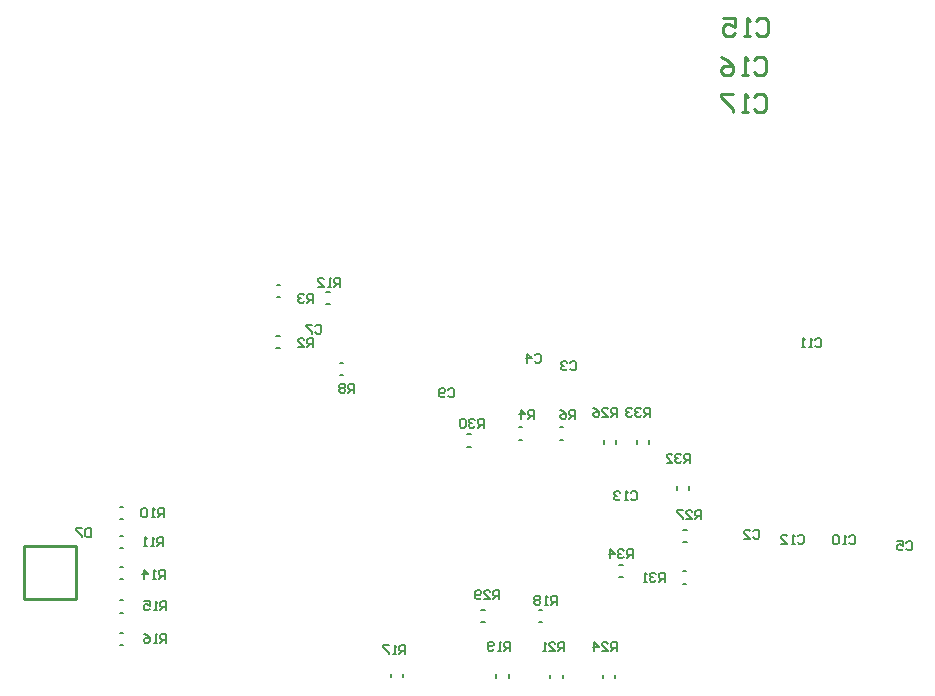
<source format=gbo>
%FSLAX24Y24*%
%MOIN*%
G70*
G01*
G75*
G04 Layer_Color=32896*
%ADD10R,0.0551X0.1673*%
%ADD11O,0.0551X0.0098*%
%ADD12R,0.0551X0.0098*%
G04:AMPARAMS|DCode=13|XSize=66.9mil|YSize=51.2mil|CornerRadius=12.8mil|HoleSize=0mil|Usage=FLASHONLY|Rotation=90.000|XOffset=0mil|YOffset=0mil|HoleType=Round|Shape=RoundedRectangle|*
%AMROUNDEDRECTD13*
21,1,0.0669,0.0256,0,0,90.0*
21,1,0.0413,0.0512,0,0,90.0*
1,1,0.0256,0.0128,0.0207*
1,1,0.0256,0.0128,-0.0207*
1,1,0.0256,-0.0128,-0.0207*
1,1,0.0256,-0.0128,0.0207*
%
%ADD13ROUNDEDRECTD13*%
%ADD14R,0.0394X0.0492*%
%ADD15R,0.0394X0.0591*%
%ADD16R,0.0276X0.0591*%
%ADD17R,0.0492X0.0394*%
%ADD18R,0.1181X0.3937*%
%ADD19R,0.0335X0.0315*%
%ADD20R,0.0374X0.0236*%
G04:AMPARAMS|DCode=21|XSize=90.6mil|YSize=43.3mil|CornerRadius=10.8mil|HoleSize=0mil|Usage=FLASHONLY|Rotation=270.000|XOffset=0mil|YOffset=0mil|HoleType=Round|Shape=RoundedRectangle|*
%AMROUNDEDRECTD21*
21,1,0.0906,0.0217,0,0,270.0*
21,1,0.0689,0.0433,0,0,270.0*
1,1,0.0217,-0.0108,-0.0344*
1,1,0.0217,-0.0108,0.0344*
1,1,0.0217,0.0108,0.0344*
1,1,0.0217,0.0108,-0.0344*
%
%ADD21ROUNDEDRECTD21*%
%ADD22R,0.0413X0.0551*%
%ADD23R,0.0276X0.0197*%
%ADD24O,0.0512X0.0217*%
%ADD25O,0.0217X0.0512*%
%ADD26R,0.0433X0.0866*%
%ADD27R,0.0315X0.0335*%
%ADD28R,0.0787X0.0354*%
%ADD29R,0.0787X0.1299*%
%ADD30O,0.0177X0.0709*%
%ADD31R,0.0551X0.0413*%
G04:AMPARAMS|DCode=32|XSize=60mil|YSize=20mil|CornerRadius=5mil|HoleSize=0mil|Usage=FLASHONLY|Rotation=270.000|XOffset=0mil|YOffset=0mil|HoleType=Round|Shape=RoundedRectangle|*
%AMROUNDEDRECTD32*
21,1,0.0600,0.0100,0,0,270.0*
21,1,0.0500,0.0200,0,0,270.0*
1,1,0.0100,-0.0050,-0.0250*
1,1,0.0100,-0.0050,0.0250*
1,1,0.0100,0.0050,0.0250*
1,1,0.0100,0.0050,-0.0250*
%
%ADD32ROUNDEDRECTD32*%
%ADD33R,0.0433X0.0217*%
%ADD34R,0.0295X0.0217*%
%ADD35C,0.0140*%
%ADD36C,0.0200*%
%ADD37C,0.0100*%
%ADD38C,0.0250*%
G04:AMPARAMS|DCode=39|XSize=600mil|YSize=600mil|CornerRadius=300mil|HoleSize=0mil|Usage=FLASHONLY|Rotation=0.000|XOffset=0mil|YOffset=0mil|HoleType=Round|Shape=RoundedRectangle|*
%AMROUNDEDRECTD39*
21,1,0.6000,0.0000,0,0,0.0*
21,1,0.0000,0.6000,0,0,0.0*
1,1,0.6000,0.0000,0.0000*
1,1,0.6000,0.0000,0.0000*
1,1,0.6000,0.0000,0.0000*
1,1,0.6000,0.0000,0.0000*
%
%ADD39ROUNDEDRECTD39*%
%ADD40C,0.1969*%
%ADD41C,0.1100*%
%ADD42C,0.1000*%
%ADD43C,0.0950*%
%ADD44C,0.0600*%
%ADD45C,0.0800*%
%ADD46C,0.0591*%
%ADD47R,0.0591X0.0591*%
%ADD48R,0.0472X0.0984*%
%ADD49O,0.0472X0.0984*%
G04:AMPARAMS|DCode=50|XSize=106.3mil|YSize=106.3mil|CornerRadius=53.2mil|HoleSize=0mil|Usage=FLASHONLY|Rotation=180.000|XOffset=0mil|YOffset=0mil|HoleType=Round|Shape=RoundedRectangle|*
%AMROUNDEDRECTD50*
21,1,0.1063,0.0000,0,0,180.0*
21,1,0.0000,0.1063,0,0,180.0*
1,1,0.1063,0.0000,0.0000*
1,1,0.1063,0.0000,0.0000*
1,1,0.1063,0.0000,0.0000*
1,1,0.1063,0.0000,0.0000*
%
%ADD50ROUNDEDRECTD50*%
G04:AMPARAMS|DCode=51|XSize=43.3mil|YSize=43.3mil|CornerRadius=21.7mil|HoleSize=0mil|Usage=FLASHONLY|Rotation=180.000|XOffset=0mil|YOffset=0mil|HoleType=Round|Shape=RoundedRectangle|*
%AMROUNDEDRECTD51*
21,1,0.0433,0.0000,0,0,180.0*
21,1,0.0000,0.0433,0,0,180.0*
1,1,0.0433,0.0000,0.0000*
1,1,0.0433,0.0000,0.0000*
1,1,0.0433,0.0000,0.0000*
1,1,0.0433,0.0000,0.0000*
%
%ADD51ROUNDEDRECTD51*%
%ADD52C,0.0500*%
%ADD53C,0.2400*%
%ADD54C,0.0300*%
G04:AMPARAMS|DCode=55|XSize=37.8mil|YSize=30.7mil|CornerRadius=7.7mil|HoleSize=0mil|Usage=FLASHONLY|Rotation=0.000|XOffset=0mil|YOffset=0mil|HoleType=Round|Shape=RoundedRectangle|*
%AMROUNDEDRECTD55*
21,1,0.0378,0.0154,0,0,0.0*
21,1,0.0224,0.0307,0,0,0.0*
1,1,0.0154,0.0112,-0.0077*
1,1,0.0154,-0.0112,-0.0077*
1,1,0.0154,-0.0112,0.0077*
1,1,0.0154,0.0112,0.0077*
%
%ADD55ROUNDEDRECTD55*%
%ADD56C,0.0098*%
%ADD57C,0.0039*%
%ADD58C,0.0236*%
%ADD59C,0.0079*%
%ADD60C,0.0050*%
%ADD61R,0.0631X0.1753*%
%ADD62O,0.0631X0.0178*%
%ADD63R,0.0631X0.0178*%
G04:AMPARAMS|DCode=64|XSize=74.9mil|YSize=59.2mil|CornerRadius=16.8mil|HoleSize=0mil|Usage=FLASHONLY|Rotation=90.000|XOffset=0mil|YOffset=0mil|HoleType=Round|Shape=RoundedRectangle|*
%AMROUNDEDRECTD64*
21,1,0.0749,0.0256,0,0,90.0*
21,1,0.0413,0.0592,0,0,90.0*
1,1,0.0336,0.0128,0.0207*
1,1,0.0336,0.0128,-0.0207*
1,1,0.0336,-0.0128,-0.0207*
1,1,0.0336,-0.0128,0.0207*
%
%ADD64ROUNDEDRECTD64*%
%ADD65R,0.0474X0.0572*%
%ADD66R,0.0474X0.0671*%
%ADD67R,0.0356X0.0671*%
%ADD68R,0.0572X0.0474*%
%ADD69R,0.1261X0.4017*%
%ADD70R,0.0415X0.0395*%
%ADD71R,0.0454X0.0316*%
G04:AMPARAMS|DCode=72|XSize=98.6mil|YSize=51.3mil|CornerRadius=14.8mil|HoleSize=0mil|Usage=FLASHONLY|Rotation=270.000|XOffset=0mil|YOffset=0mil|HoleType=Round|Shape=RoundedRectangle|*
%AMROUNDEDRECTD72*
21,1,0.0986,0.0217,0,0,270.0*
21,1,0.0689,0.0513,0,0,270.0*
1,1,0.0297,-0.0108,-0.0344*
1,1,0.0297,-0.0108,0.0344*
1,1,0.0297,0.0108,0.0344*
1,1,0.0297,0.0108,-0.0344*
%
%ADD72ROUNDEDRECTD72*%
%ADD73R,0.0493X0.0631*%
%ADD74R,0.0356X0.0277*%
%ADD75O,0.0592X0.0297*%
%ADD76O,0.0297X0.0592*%
%ADD77R,0.0513X0.0946*%
%ADD78R,0.0395X0.0415*%
%ADD79R,0.0867X0.0434*%
%ADD80R,0.0867X0.1379*%
%ADD81O,0.0257X0.0789*%
%ADD82R,0.0631X0.0493*%
G04:AMPARAMS|DCode=83|XSize=68mil|YSize=28mil|CornerRadius=9mil|HoleSize=0mil|Usage=FLASHONLY|Rotation=270.000|XOffset=0mil|YOffset=0mil|HoleType=Round|Shape=RoundedRectangle|*
%AMROUNDEDRECTD83*
21,1,0.0680,0.0100,0,0,270.0*
21,1,0.0500,0.0280,0,0,270.0*
1,1,0.0180,-0.0050,-0.0250*
1,1,0.0180,-0.0050,0.0250*
1,1,0.0180,0.0050,0.0250*
1,1,0.0180,0.0050,-0.0250*
%
%ADD83ROUNDEDRECTD83*%
%ADD84R,0.0513X0.0297*%
%ADD85R,0.0375X0.0297*%
G04:AMPARAMS|DCode=86|XSize=608mil|YSize=608mil|CornerRadius=304mil|HoleSize=0mil|Usage=FLASHONLY|Rotation=0.000|XOffset=0mil|YOffset=0mil|HoleType=Round|Shape=RoundedRectangle|*
%AMROUNDEDRECTD86*
21,1,0.6080,0.0000,0,0,0.0*
21,1,0.0000,0.6080,0,0,0.0*
1,1,0.6080,0.0000,0.0000*
1,1,0.6080,0.0000,0.0000*
1,1,0.6080,0.0000,0.0000*
1,1,0.6080,0.0000,0.0000*
%
%ADD86ROUNDEDRECTD86*%
%ADD87C,0.2049*%
%ADD88C,0.1180*%
%ADD89C,0.1080*%
%ADD90C,0.1030*%
%ADD91C,0.0680*%
%ADD92C,0.0880*%
%ADD93C,0.0671*%
%ADD94R,0.0671X0.0671*%
%ADD95R,0.0552X0.1064*%
%ADD96O,0.0552X0.1064*%
G04:AMPARAMS|DCode=97|XSize=114.3mil|YSize=114.3mil|CornerRadius=57.2mil|HoleSize=0mil|Usage=FLASHONLY|Rotation=180.000|XOffset=0mil|YOffset=0mil|HoleType=Round|Shape=RoundedRectangle|*
%AMROUNDEDRECTD97*
21,1,0.1143,0.0000,0,0,180.0*
21,1,0.0000,0.1143,0,0,180.0*
1,1,0.1143,0.0000,0.0000*
1,1,0.1143,0.0000,0.0000*
1,1,0.1143,0.0000,0.0000*
1,1,0.1143,0.0000,0.0000*
%
%ADD97ROUNDEDRECTD97*%
G04:AMPARAMS|DCode=98|XSize=51.3mil|YSize=51.3mil|CornerRadius=25.7mil|HoleSize=0mil|Usage=FLASHONLY|Rotation=180.000|XOffset=0mil|YOffset=0mil|HoleType=Round|Shape=RoundedRectangle|*
%AMROUNDEDRECTD98*
21,1,0.0513,0.0000,0,0,180.0*
21,1,0.0000,0.0513,0,0,180.0*
1,1,0.0513,0.0000,0.0000*
1,1,0.0513,0.0000,0.0000*
1,1,0.0513,0.0000,0.0000*
1,1,0.0513,0.0000,0.0000*
%
%ADD98ROUNDEDRECTD98*%
%ADD99C,0.0580*%
%ADD100C,0.2480*%
%ADD101C,0.0380*%
G04:AMPARAMS|DCode=102|XSize=45.8mil|YSize=38.7mil|CornerRadius=11.7mil|HoleSize=0mil|Usage=FLASHONLY|Rotation=0.000|XOffset=0mil|YOffset=0mil|HoleType=Round|Shape=RoundedRectangle|*
%AMROUNDEDRECTD102*
21,1,0.0458,0.0154,0,0,0.0*
21,1,0.0224,0.0387,0,0,0.0*
1,1,0.0234,0.0112,-0.0077*
1,1,0.0234,-0.0112,-0.0077*
1,1,0.0234,-0.0112,0.0077*
1,1,0.0234,0.0112,0.0077*
%
%ADD102ROUNDEDRECTD102*%
D37*
X23207Y20200D02*
Y21950D01*
X24957D01*
Y20200D02*
Y21950D01*
X23207Y20200D02*
X24957D01*
X47630Y39450D02*
X47730Y39550D01*
X47930D01*
X48030Y39450D01*
Y39050D01*
X47930Y38950D01*
X47730D01*
X47630Y39050D01*
X47430Y38950D02*
X47230D01*
X47330D01*
Y39550D01*
X47430Y39450D01*
X46530Y39550D02*
X46930D01*
Y39250D01*
X46730Y39350D01*
X46630D01*
X46530Y39250D01*
Y39050D01*
X46630Y38950D01*
X46830D01*
X46930Y39050D01*
X47560Y38160D02*
X47660Y38260D01*
X47860D01*
X47960Y38160D01*
Y37760D01*
X47860Y37660D01*
X47660D01*
X47560Y37760D01*
X47360Y37660D02*
X47160D01*
X47260D01*
Y38260D01*
X47360Y38160D01*
X46460Y38260D02*
X46660Y38160D01*
X46860Y37960D01*
Y37760D01*
X46760Y37660D01*
X46560D01*
X46460Y37760D01*
Y37860D01*
X46560Y37960D01*
X46860D01*
X47540Y36920D02*
X47640Y37020D01*
X47840D01*
X47940Y36920D01*
Y36520D01*
X47840Y36420D01*
X47640D01*
X47540Y36520D01*
X47340Y36420D02*
X47140D01*
X47240D01*
Y37020D01*
X47340Y36920D01*
X46840Y37020D02*
X46440D01*
Y36920D01*
X46840Y36520D01*
Y36420D01*
D59*
X26406Y18653D02*
X26524D01*
X26406Y19067D02*
X26524D01*
X26406Y22843D02*
X26524D01*
X26406Y23257D02*
X26524D01*
X26406Y19733D02*
X26524D01*
X26406Y20147D02*
X26524D01*
X26406Y20843D02*
X26524D01*
X26406Y21257D02*
X26524D01*
X26406Y22297D02*
X26524D01*
X26406Y21883D02*
X26524D01*
X41066Y25917D02*
X41184D01*
X41066Y25503D02*
X41184D01*
X39706Y25917D02*
X39824D01*
X39706Y25503D02*
X39824D01*
X42513Y17546D02*
Y17664D01*
X42927Y17546D02*
Y17664D01*
X40763Y17546D02*
Y17664D01*
X41177Y17546D02*
Y17664D01*
X38953Y17566D02*
Y17684D01*
X39367Y17566D02*
Y17684D01*
X33736Y28067D02*
X33854D01*
X33736Y27653D02*
X33854D01*
X33286Y30437D02*
X33404D01*
X33286Y30023D02*
X33404D01*
X31621Y28957D02*
X31740D01*
X31621Y28543D02*
X31740D01*
X31641Y30253D02*
X31760D01*
X31641Y30667D02*
X31760D01*
X42533Y25366D02*
Y25484D01*
X42946Y25366D02*
Y25484D01*
X43633Y25366D02*
Y25484D01*
X44047Y25366D02*
Y25484D01*
X44973Y23836D02*
Y23954D01*
X45387Y23836D02*
Y23954D01*
X37990Y25263D02*
X38108D01*
X37990Y25677D02*
X38108D01*
X45186Y22487D02*
X45304D01*
X45186Y22073D02*
X45304D01*
X40376Y19413D02*
X40494D01*
X40376Y19827D02*
X40494D01*
X38456D02*
X38574D01*
X38456Y19413D02*
X38574D01*
X45166Y20703D02*
X45284D01*
X45166Y21117D02*
X45284D01*
X35443Y17576D02*
Y17694D01*
X35857Y17576D02*
Y17694D01*
X43056Y21337D02*
X43174D01*
X43056Y20923D02*
X43174D01*
D60*
X47530Y22440D02*
X47580Y22490D01*
X47680D01*
X47730Y22440D01*
Y22240D01*
X47680Y22190D01*
X47580D01*
X47530Y22240D01*
X47230Y22190D02*
X47430D01*
X47230Y22390D01*
Y22440D01*
X47280Y22490D01*
X47380D01*
X47430Y22440D01*
X41430Y28060D02*
X41480Y28110D01*
X41580D01*
X41630Y28060D01*
Y27860D01*
X41580Y27810D01*
X41480D01*
X41430Y27860D01*
X41330Y28060D02*
X41280Y28110D01*
X41180D01*
X41130Y28060D01*
Y28010D01*
X41180Y27960D01*
X41230D01*
X41180D01*
X41130Y27910D01*
Y27860D01*
X41180Y27810D01*
X41280D01*
X41330Y27860D01*
X40239Y28320D02*
X40289Y28370D01*
X40389D01*
X40439Y28320D01*
Y28120D01*
X40389Y28070D01*
X40289D01*
X40239Y28120D01*
X39989Y28070D02*
Y28370D01*
X40139Y28220D01*
X39939D01*
X52630Y22055D02*
X52680Y22105D01*
X52780D01*
X52830Y22055D01*
Y21855D01*
X52780Y21805D01*
X52680D01*
X52630Y21855D01*
X52330Y22105D02*
X52530D01*
Y21955D01*
X52430Y22005D01*
X52380D01*
X52330Y21955D01*
Y21855D01*
X52380Y21805D01*
X52480D01*
X52530Y21855D01*
X32930Y29279D02*
X32980Y29329D01*
X33080D01*
X33130Y29279D01*
Y29079D01*
X33080Y29029D01*
X32980D01*
X32930Y29079D01*
X32830Y29329D02*
X32630D01*
Y29279D01*
X32830Y29079D01*
Y29029D01*
X37350Y27160D02*
X37400Y27210D01*
X37500D01*
X37550Y27160D01*
Y26960D01*
X37500Y26910D01*
X37400D01*
X37350Y26960D01*
X37250D02*
X37200Y26910D01*
X37100D01*
X37050Y26960D01*
Y27160D01*
X37100Y27210D01*
X37200D01*
X37250Y27160D01*
Y27110D01*
X37200Y27060D01*
X37050D01*
X50720Y22260D02*
X50770Y22310D01*
X50870D01*
X50920Y22260D01*
Y22060D01*
X50870Y22010D01*
X50770D01*
X50720Y22060D01*
X50620Y22010D02*
X50520D01*
X50570D01*
Y22310D01*
X50620Y22260D01*
X50370D02*
X50320Y22310D01*
X50220D01*
X50170Y22260D01*
Y22060D01*
X50220Y22010D01*
X50320D01*
X50370Y22060D01*
Y22260D01*
X49590Y28830D02*
X49640Y28880D01*
X49740D01*
X49790Y28830D01*
Y28630D01*
X49740Y28580D01*
X49640D01*
X49590Y28630D01*
X49490Y28580D02*
X49390D01*
X49440D01*
Y28880D01*
X49490Y28830D01*
X49240Y28580D02*
X49140D01*
X49190D01*
Y28880D01*
X49240Y28830D01*
X49000Y22280D02*
X49050Y22330D01*
X49150D01*
X49200Y22280D01*
Y22080D01*
X49150Y22030D01*
X49050D01*
X49000Y22080D01*
X48900Y22030D02*
X48800D01*
X48850D01*
Y22330D01*
X48900Y22280D01*
X48450Y22030D02*
X48650D01*
X48450Y22230D01*
Y22280D01*
X48500Y22330D01*
X48600D01*
X48650Y22280D01*
X43445Y23735D02*
X43495Y23785D01*
X43595D01*
X43645Y23735D01*
Y23535D01*
X43595Y23485D01*
X43495D01*
X43445Y23535D01*
X43345Y23485D02*
X43245D01*
X43295D01*
Y23785D01*
X43345Y23735D01*
X43095D02*
X43045Y23785D01*
X42945D01*
X42895Y23735D01*
Y23685D01*
X42945Y23635D01*
X42995D01*
X42945D01*
X42895Y23585D01*
Y23535D01*
X42945Y23485D01*
X43045D01*
X43095Y23535D01*
X32851Y28580D02*
Y28880D01*
X32701D01*
X32651Y28830D01*
Y28730D01*
X32701Y28680D01*
X32851D01*
X32751D02*
X32651Y28580D01*
X32351D02*
X32551D01*
X32351Y28780D01*
Y28830D01*
X32401Y28880D01*
X32501D01*
X32551Y28830D01*
X32861Y30060D02*
Y30360D01*
X32711D01*
X32661Y30310D01*
Y30210D01*
X32711Y30160D01*
X32861D01*
X32761D02*
X32661Y30060D01*
X32561Y30310D02*
X32511Y30360D01*
X32411D01*
X32361Y30310D01*
Y30260D01*
X32411Y30210D01*
X32461D01*
X32411D01*
X32361Y30160D01*
Y30110D01*
X32411Y30060D01*
X32511D01*
X32561Y30110D01*
X40221Y26200D02*
Y26500D01*
X40071D01*
X40021Y26450D01*
Y26350D01*
X40071Y26300D01*
X40221D01*
X40121D02*
X40021Y26200D01*
X39771D02*
Y26500D01*
X39921Y26350D01*
X39721D01*
X41581Y26200D02*
Y26500D01*
X41431D01*
X41381Y26450D01*
Y26350D01*
X41431Y26300D01*
X41581D01*
X41481D02*
X41381Y26200D01*
X41081Y26500D02*
X41181Y26450D01*
X41281Y26350D01*
Y26250D01*
X41231Y26200D01*
X41131D01*
X41081Y26250D01*
Y26300D01*
X41131Y26350D01*
X41281D01*
X34220Y27069D02*
Y27369D01*
X34070D01*
X34020Y27319D01*
Y27219D01*
X34070Y27169D01*
X34220D01*
X34120D02*
X34020Y27069D01*
X33920Y27319D02*
X33870Y27369D01*
X33770D01*
X33720Y27319D01*
Y27269D01*
X33770Y27219D01*
X33720Y27169D01*
Y27119D01*
X33770Y27069D01*
X33870D01*
X33920Y27119D01*
Y27169D01*
X33870Y27219D01*
X33920Y27269D01*
Y27319D01*
X33870Y27219D02*
X33770D01*
X27880Y22920D02*
Y23220D01*
X27730D01*
X27680Y23170D01*
Y23070D01*
X27730Y23020D01*
X27880D01*
X27780D02*
X27680Y22920D01*
X27580D02*
X27480D01*
X27530D01*
Y23220D01*
X27580Y23170D01*
X27330D02*
X27280Y23220D01*
X27180D01*
X27130Y23170D01*
Y22970D01*
X27180Y22920D01*
X27280D01*
X27330Y22970D01*
Y23170D01*
X27851Y21940D02*
Y22240D01*
X27701D01*
X27651Y22190D01*
Y22090D01*
X27701Y22040D01*
X27851D01*
X27751D02*
X27651Y21940D01*
X27551D02*
X27451D01*
X27501D01*
Y22240D01*
X27551Y22190D01*
X27301Y21940D02*
X27201D01*
X27251D01*
Y22240D01*
X27301Y22190D01*
X33755Y30600D02*
Y30900D01*
X33605D01*
X33555Y30850D01*
Y30750D01*
X33605Y30700D01*
X33755D01*
X33655D02*
X33555Y30600D01*
X33455D02*
X33355D01*
X33405D01*
Y30900D01*
X33455Y30850D01*
X33006Y30600D02*
X33206D01*
X33006Y30800D01*
Y30850D01*
X33056Y30900D01*
X33156D01*
X33206Y30850D01*
X27901Y20861D02*
Y21160D01*
X27751D01*
X27701Y21110D01*
Y21010D01*
X27751Y20960D01*
X27901D01*
X27801D02*
X27701Y20861D01*
X27601D02*
X27501D01*
X27551D01*
Y21160D01*
X27601Y21110D01*
X27201Y20861D02*
Y21160D01*
X27351Y21010D01*
X27151D01*
X27961Y19811D02*
Y20111D01*
X27811D01*
X27761Y20061D01*
Y19961D01*
X27811Y19911D01*
X27961D01*
X27861D02*
X27761Y19811D01*
X27661D02*
X27561D01*
X27611D01*
Y20111D01*
X27661Y20061D01*
X27211Y20111D02*
X27411D01*
Y19961D01*
X27311Y20011D01*
X27261D01*
X27211Y19961D01*
Y19861D01*
X27261Y19811D01*
X27361D01*
X27411Y19861D01*
X27951Y18731D02*
Y19031D01*
X27801D01*
X27751Y18981D01*
Y18881D01*
X27801Y18831D01*
X27951D01*
X27851D02*
X27751Y18731D01*
X27651D02*
X27551D01*
X27601D01*
Y19031D01*
X27651Y18981D01*
X27201Y19031D02*
X27301Y18981D01*
X27401Y18881D01*
Y18781D01*
X27351Y18731D01*
X27251D01*
X27201Y18781D01*
Y18831D01*
X27251Y18881D01*
X27401D01*
X35930Y18340D02*
Y18640D01*
X35780D01*
X35730Y18590D01*
Y18490D01*
X35780Y18440D01*
X35930D01*
X35830D02*
X35730Y18340D01*
X35630D02*
X35530D01*
X35580D01*
Y18640D01*
X35630Y18590D01*
X35380Y18640D02*
X35180D01*
Y18590D01*
X35380Y18390D01*
Y18340D01*
X40965Y20000D02*
Y20300D01*
X40815D01*
X40765Y20250D01*
Y20150D01*
X40815Y20100D01*
X40965D01*
X40865D02*
X40765Y20000D01*
X40665D02*
X40565D01*
X40615D01*
Y20300D01*
X40665Y20250D01*
X40416D02*
X40366Y20300D01*
X40266D01*
X40216Y20250D01*
Y20200D01*
X40266Y20150D01*
X40216Y20100D01*
Y20050D01*
X40266Y20000D01*
X40366D01*
X40416Y20050D01*
Y20100D01*
X40366Y20150D01*
X40416Y20200D01*
Y20250D01*
X40366Y20150D02*
X40266D01*
X39416Y18465D02*
Y18765D01*
X39266D01*
X39216Y18715D01*
Y18615D01*
X39266Y18565D01*
X39416D01*
X39316D02*
X39216Y18465D01*
X39116D02*
X39016D01*
X39066D01*
Y18765D01*
X39116Y18715D01*
X38866Y18515D02*
X38816Y18465D01*
X38716D01*
X38666Y18515D01*
Y18715D01*
X38716Y18765D01*
X38816D01*
X38866Y18715D01*
Y18665D01*
X38816Y18615D01*
X38666D01*
X41226Y18445D02*
Y18745D01*
X41076D01*
X41026Y18695D01*
Y18595D01*
X41076Y18545D01*
X41226D01*
X41126D02*
X41026Y18445D01*
X40726D02*
X40926D01*
X40726Y18645D01*
Y18695D01*
X40776Y18745D01*
X40876D01*
X40926Y18695D01*
X40626Y18445D02*
X40526D01*
X40576D01*
Y18745D01*
X40626Y18695D01*
X42976Y18445D02*
Y18745D01*
X42826D01*
X42776Y18695D01*
Y18595D01*
X42826Y18545D01*
X42976D01*
X42876D02*
X42776Y18445D01*
X42476D02*
X42676D01*
X42476Y18645D01*
Y18695D01*
X42526Y18745D01*
X42626D01*
X42676Y18695D01*
X42226Y18445D02*
Y18745D01*
X42376Y18595D01*
X42176D01*
X42990Y26265D02*
Y26564D01*
X42840D01*
X42790Y26514D01*
Y26415D01*
X42840Y26365D01*
X42990D01*
X42890D02*
X42790Y26265D01*
X42490D02*
X42690D01*
X42490Y26465D01*
Y26514D01*
X42540Y26564D01*
X42640D01*
X42690Y26514D01*
X42190Y26564D02*
X42290Y26514D01*
X42390Y26415D01*
Y26315D01*
X42340Y26265D01*
X42240D01*
X42190Y26315D01*
Y26365D01*
X42240Y26415D01*
X42390D01*
X45790Y22840D02*
Y23140D01*
X45640D01*
X45590Y23090D01*
Y22990D01*
X45640Y22940D01*
X45790D01*
X45690D02*
X45590Y22840D01*
X45290D02*
X45490D01*
X45290Y23040D01*
Y23090D01*
X45340Y23140D01*
X45440D01*
X45490Y23090D01*
X45190Y23140D02*
X44990D01*
Y23090D01*
X45190Y22890D01*
Y22840D01*
X39060Y20180D02*
Y20480D01*
X38910D01*
X38860Y20430D01*
Y20330D01*
X38910Y20280D01*
X39060D01*
X38960D02*
X38860Y20180D01*
X38560D02*
X38760D01*
X38560Y20380D01*
Y20430D01*
X38610Y20480D01*
X38710D01*
X38760Y20430D01*
X38460Y20230D02*
X38410Y20180D01*
X38310D01*
X38260Y20230D01*
Y20430D01*
X38310Y20480D01*
X38410D01*
X38460Y20430D01*
Y20380D01*
X38410Y20330D01*
X38260D01*
X38539Y25900D02*
Y26200D01*
X38389D01*
X38339Y26150D01*
Y26050D01*
X38389Y26000D01*
X38539D01*
X38439D02*
X38339Y25900D01*
X38239Y26150D02*
X38189Y26200D01*
X38089D01*
X38039Y26150D01*
Y26100D01*
X38089Y26050D01*
X38139D01*
X38089D01*
X38039Y26000D01*
Y25950D01*
X38089Y25900D01*
X38189D01*
X38239Y25950D01*
X37939Y26150D02*
X37889Y26200D01*
X37789D01*
X37739Y26150D01*
Y25950D01*
X37789Y25900D01*
X37889D01*
X37939Y25950D01*
Y26150D01*
X45430Y24735D02*
Y25035D01*
X45280D01*
X45230Y24985D01*
Y24885D01*
X45280Y24835D01*
X45430D01*
X45330D02*
X45230Y24735D01*
X45130Y24985D02*
X45080Y25035D01*
X44980D01*
X44930Y24985D01*
Y24935D01*
X44980Y24885D01*
X45030D01*
X44980D01*
X44930Y24835D01*
Y24785D01*
X44980Y24735D01*
X45080D01*
X45130Y24785D01*
X44631Y24735D02*
X44830D01*
X44631Y24935D01*
Y24985D01*
X44681Y25035D01*
X44780D01*
X44830Y24985D01*
X44090Y26265D02*
Y26564D01*
X43940D01*
X43890Y26514D01*
Y26415D01*
X43940Y26365D01*
X44090D01*
X43990D02*
X43890Y26265D01*
X43790Y26514D02*
X43740Y26564D01*
X43640D01*
X43590Y26514D01*
Y26465D01*
X43640Y26415D01*
X43690D01*
X43640D01*
X43590Y26365D01*
Y26315D01*
X43640Y26265D01*
X43740D01*
X43790Y26315D01*
X43490Y26514D02*
X43440Y26564D01*
X43341D01*
X43291Y26514D01*
Y26465D01*
X43341Y26415D01*
X43390D01*
X43341D01*
X43291Y26365D01*
Y26315D01*
X43341Y26265D01*
X43440D01*
X43490Y26315D01*
X43510Y21550D02*
Y21850D01*
X43360D01*
X43310Y21800D01*
Y21700D01*
X43360Y21650D01*
X43510D01*
X43410D02*
X43310Y21550D01*
X43210Y21800D02*
X43160Y21850D01*
X43060D01*
X43010Y21800D01*
Y21750D01*
X43060Y21700D01*
X43110D01*
X43060D01*
X43010Y21650D01*
Y21600D01*
X43060Y21550D01*
X43160D01*
X43210Y21600D01*
X42760Y21550D02*
Y21850D01*
X42910Y21700D01*
X42710D01*
X25450Y22550D02*
Y22250D01*
X25300D01*
X25250Y22300D01*
Y22500D01*
X25300Y22550D01*
X25450D01*
X25150D02*
X24950D01*
Y22500D01*
X25150Y22300D01*
Y22250D01*
X44570Y20760D02*
Y21060D01*
X44420D01*
X44370Y21010D01*
Y20910D01*
X44420Y20860D01*
X44570D01*
X44470D02*
X44370Y20760D01*
X44270Y21010D02*
X44220Y21060D01*
X44120D01*
X44070Y21010D01*
Y20960D01*
X44120Y20910D01*
X44170D01*
X44120D01*
X44070Y20860D01*
Y20810D01*
X44120Y20760D01*
X44220D01*
X44270Y20810D01*
X43970Y20760D02*
X43870D01*
X43920D01*
Y21060D01*
X43970Y21010D01*
M02*

</source>
